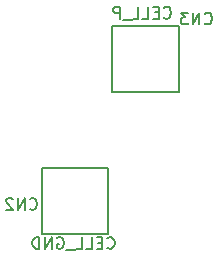
<source format=gbo>
G04 #@! TF.GenerationSoftware,KiCad,Pcbnew,(6.0.10)*
G04 #@! TF.CreationDate,2024-06-10T21:48:35+09:00*
G04 #@! TF.ProjectId,icb33h_pwb_rev2,69636233-3368-45f7-9077-625f72657632,rev?*
G04 #@! TF.SameCoordinates,Original*
G04 #@! TF.FileFunction,Legend,Bot*
G04 #@! TF.FilePolarity,Positive*
%FSLAX46Y46*%
G04 Gerber Fmt 4.6, Leading zero omitted, Abs format (unit mm)*
G04 Created by KiCad (PCBNEW (6.0.10)) date 2024-06-10 21:48:35*
%MOMM*%
%LPD*%
G01*
G04 APERTURE LIST*
G04 Aperture macros list*
%AMRoundRect*
0 Rectangle with rounded corners*
0 $1 Rounding radius*
0 $2 $3 $4 $5 $6 $7 $8 $9 X,Y pos of 4 corners*
0 Add a 4 corners polygon primitive as box body*
4,1,4,$2,$3,$4,$5,$6,$7,$8,$9,$2,$3,0*
0 Add four circle primitives for the rounded corners*
1,1,$1+$1,$2,$3*
1,1,$1+$1,$4,$5*
1,1,$1+$1,$6,$7*
1,1,$1+$1,$8,$9*
0 Add four rect primitives between the rounded corners*
20,1,$1+$1,$2,$3,$4,$5,0*
20,1,$1+$1,$4,$5,$6,$7,0*
20,1,$1+$1,$6,$7,$8,$9,0*
20,1,$1+$1,$8,$9,$2,$3,0*%
%AMFreePoly0*
4,1,19,0.058779,1.180902,0.070711,1.170711,1.170711,0.070711,1.198769,0.015643,1.200000,0.000000,1.200000,-1.100000,1.180902,-1.158779,1.130902,-1.195106,1.100000,-1.200000,-1.100000,-1.200000,-1.158779,-1.180902,-1.195106,-1.130902,-1.200000,-1.100000,-1.200000,1.100000,-1.180902,1.158779,-1.130902,1.195106,-1.100000,1.200000,0.000000,1.200000,0.058779,1.180902,0.058779,1.180902,
$1*%
%AMFreePoly1*
4,1,19,1.158779,1.180902,1.195106,1.130902,1.200000,1.100000,1.200000,-1.100000,1.180902,-1.158779,1.130902,-1.195106,1.100000,-1.200000,0.000000,-1.200000,-0.058779,-1.180902,-0.070711,-1.170711,-1.170711,-0.070711,-1.198769,-0.015643,-1.200000,0.000000,-1.200000,1.100000,-1.180902,1.158779,-1.130902,1.195106,-1.100000,1.200000,1.100000,1.200000,1.158779,1.180902,1.158779,1.180902,
$1*%
G04 Aperture macros list end*
%ADD10C,0.150000*%
%ADD11C,0.200000*%
%ADD12C,4.500000*%
%ADD13C,2.800000*%
%ADD14RoundRect,0.900000X-1.400000X0.800000X-1.400000X-0.800000X1.400000X-0.800000X1.400000X0.800000X0*%
%ADD15RoundRect,0.450000X0.550000X-0.350000X0.550000X0.350000X-0.550000X0.350000X-0.550000X-0.350000X0*%
%ADD16C,2.600000*%
%ADD17C,3.500000*%
%ADD18RoundRect,0.450000X-0.550000X0.350000X-0.550000X-0.350000X0.550000X-0.350000X0.550000X0.350000X0*%
%ADD19FreePoly0,270.000000*%
%ADD20FreePoly1,270.000000*%
%ADD21C,1.800000*%
%ADD22RoundRect,0.550000X-0.750000X0.450000X-0.750000X-0.450000X0.750000X-0.450000X0.750000X0.450000X0*%
%ADD23C,5.200000*%
G04 APERTURE END LIST*
D10*
X202690476Y-93157142D02*
X202738095Y-93204761D01*
X202880952Y-93252380D01*
X202976190Y-93252380D01*
X203119047Y-93204761D01*
X203214285Y-93109523D01*
X203261904Y-93014285D01*
X203309523Y-92823809D01*
X203309523Y-92680952D01*
X203261904Y-92490476D01*
X203214285Y-92395238D01*
X203119047Y-92300000D01*
X202976190Y-92252380D01*
X202880952Y-92252380D01*
X202738095Y-92300000D01*
X202690476Y-92347619D01*
X202261904Y-93252380D02*
X202261904Y-92252380D01*
X201690476Y-93252380D01*
X201690476Y-92252380D01*
X201261904Y-92347619D02*
X201214285Y-92300000D01*
X201119047Y-92252380D01*
X200880952Y-92252380D01*
X200785714Y-92300000D01*
X200738095Y-92347619D01*
X200690476Y-92442857D01*
X200690476Y-92538095D01*
X200738095Y-92680952D01*
X201309523Y-93252380D01*
X200690476Y-93252380D01*
X209257142Y-96457142D02*
X209304761Y-96504761D01*
X209447619Y-96552380D01*
X209542857Y-96552380D01*
X209685714Y-96504761D01*
X209780952Y-96409523D01*
X209828571Y-96314285D01*
X209876190Y-96123809D01*
X209876190Y-95980952D01*
X209828571Y-95790476D01*
X209780952Y-95695238D01*
X209685714Y-95600000D01*
X209542857Y-95552380D01*
X209447619Y-95552380D01*
X209304761Y-95600000D01*
X209257142Y-95647619D01*
X208828571Y-96028571D02*
X208495238Y-96028571D01*
X208352380Y-96552380D02*
X208828571Y-96552380D01*
X208828571Y-95552380D01*
X208352380Y-95552380D01*
X207447619Y-96552380D02*
X207923809Y-96552380D01*
X207923809Y-95552380D01*
X206638095Y-96552380D02*
X207114285Y-96552380D01*
X207114285Y-95552380D01*
X206542857Y-96647619D02*
X205780952Y-96647619D01*
X205019047Y-95600000D02*
X205114285Y-95552380D01*
X205257142Y-95552380D01*
X205400000Y-95600000D01*
X205495238Y-95695238D01*
X205542857Y-95790476D01*
X205590476Y-95980952D01*
X205590476Y-96123809D01*
X205542857Y-96314285D01*
X205495238Y-96409523D01*
X205400000Y-96504761D01*
X205257142Y-96552380D01*
X205161904Y-96552380D01*
X205019047Y-96504761D01*
X204971428Y-96457142D01*
X204971428Y-96123809D01*
X205161904Y-96123809D01*
X204542857Y-96552380D02*
X204542857Y-95552380D01*
X203971428Y-96552380D01*
X203971428Y-95552380D01*
X203495238Y-96552380D02*
X203495238Y-95552380D01*
X203257142Y-95552380D01*
X203114285Y-95600000D01*
X203019047Y-95695238D01*
X202971428Y-95790476D01*
X202923809Y-95980952D01*
X202923809Y-96123809D01*
X202971428Y-96314285D01*
X203019047Y-96409523D01*
X203114285Y-96504761D01*
X203257142Y-96552380D01*
X203495238Y-96552380D01*
X217490476Y-77457142D02*
X217538095Y-77504761D01*
X217680952Y-77552380D01*
X217776190Y-77552380D01*
X217919047Y-77504761D01*
X218014285Y-77409523D01*
X218061904Y-77314285D01*
X218109523Y-77123809D01*
X218109523Y-76980952D01*
X218061904Y-76790476D01*
X218014285Y-76695238D01*
X217919047Y-76600000D01*
X217776190Y-76552380D01*
X217680952Y-76552380D01*
X217538095Y-76600000D01*
X217490476Y-76647619D01*
X217061904Y-77552380D02*
X217061904Y-76552380D01*
X216490476Y-77552380D01*
X216490476Y-76552380D01*
X216109523Y-76552380D02*
X215490476Y-76552380D01*
X215823809Y-76933333D01*
X215680952Y-76933333D01*
X215585714Y-76980952D01*
X215538095Y-77028571D01*
X215490476Y-77123809D01*
X215490476Y-77361904D01*
X215538095Y-77457142D01*
X215585714Y-77504761D01*
X215680952Y-77552380D01*
X215966666Y-77552380D01*
X216061904Y-77504761D01*
X216109523Y-77457142D01*
X214033333Y-76957142D02*
X214080952Y-77004761D01*
X214223809Y-77052380D01*
X214319047Y-77052380D01*
X214461904Y-77004761D01*
X214557142Y-76909523D01*
X214604761Y-76814285D01*
X214652380Y-76623809D01*
X214652380Y-76480952D01*
X214604761Y-76290476D01*
X214557142Y-76195238D01*
X214461904Y-76100000D01*
X214319047Y-76052380D01*
X214223809Y-76052380D01*
X214080952Y-76100000D01*
X214033333Y-76147619D01*
X213604761Y-76528571D02*
X213271428Y-76528571D01*
X213128571Y-77052380D02*
X213604761Y-77052380D01*
X213604761Y-76052380D01*
X213128571Y-76052380D01*
X212223809Y-77052380D02*
X212700000Y-77052380D01*
X212700000Y-76052380D01*
X211414285Y-77052380D02*
X211890476Y-77052380D01*
X211890476Y-76052380D01*
X211319047Y-77147619D02*
X210557142Y-77147619D01*
X210319047Y-77052380D02*
X210319047Y-76052380D01*
X209938095Y-76052380D01*
X209842857Y-76100000D01*
X209795238Y-76147619D01*
X209747619Y-76242857D01*
X209747619Y-76385714D01*
X209795238Y-76480952D01*
X209842857Y-76528571D01*
X209938095Y-76576190D01*
X210319047Y-76576190D01*
D11*
X209300000Y-89700000D02*
X203700000Y-89700000D01*
X203700000Y-89700000D02*
X203700000Y-95300000D01*
X203700000Y-95300000D02*
X209300000Y-95300000D01*
X209300000Y-95300000D02*
X209300000Y-89700000D01*
X215300000Y-77700000D02*
X209700000Y-77700000D01*
X209700000Y-77700000D02*
X209700000Y-83300000D01*
X209700000Y-83300000D02*
X215300000Y-83300000D01*
X215300000Y-83300000D02*
X215300000Y-77700000D01*
%LPC*%
D12*
X105500000Y-76000000D03*
X202000000Y-103500000D03*
D13*
X153200000Y-70000000D03*
X153700000Y-74000000D03*
X153200000Y-78000000D03*
D14*
X146950000Y-80250000D03*
D15*
X87000000Y-64500000D03*
X87000000Y-62500000D03*
X87000000Y-60500000D03*
X89500000Y-64500000D03*
X89500000Y-62500000D03*
X89500000Y-60500000D03*
D16*
X88250000Y-67750000D03*
D17*
X212000000Y-69500000D03*
D18*
X87500000Y-83500000D03*
X87500000Y-86000000D03*
X87500000Y-88500000D03*
X93000000Y-83500000D03*
X93000000Y-86000000D03*
X93000000Y-88500000D03*
D19*
X85750000Y-82250000D03*
D20*
X94750000Y-89750000D03*
D17*
X137000000Y-103500000D03*
D18*
X167000000Y-72000000D03*
X167000000Y-74000000D03*
X167000000Y-76000000D03*
X164500000Y-72000000D03*
X164500000Y-74000000D03*
X164500000Y-76000000D03*
D16*
X165750000Y-68750000D03*
X165750000Y-79250000D03*
D21*
X65500000Y-96000000D03*
X65500000Y-98500000D03*
X65500000Y-101000000D03*
X68000000Y-96000000D03*
X68000000Y-98500000D03*
X68000000Y-101000000D03*
D22*
X60500000Y-93500000D03*
X60500000Y-96000000D03*
X60500000Y-101000000D03*
X60500000Y-103500000D03*
D16*
X55500000Y-98500000D03*
D23*
X206500000Y-92500000D03*
X212500000Y-80500000D03*
M02*

</source>
